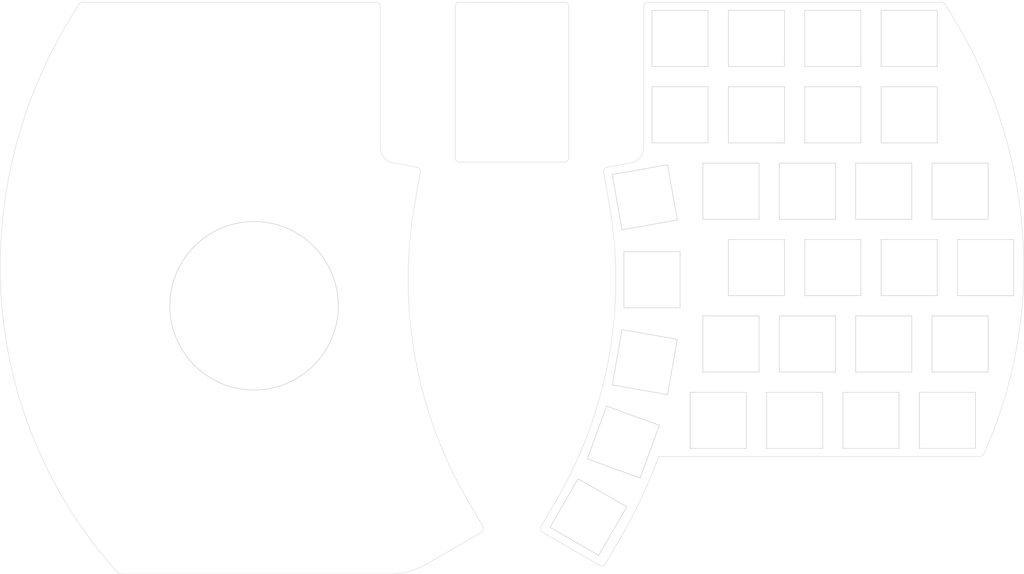
<source format=kicad_pcb>
(kicad_pcb (version 20211014) (generator pcbnew)
  (title_block (title "Ursula") (date "2021-11-25") (rev "0.4") (company "jmnw"))
  (layers (0 "F.Cu" signal) (31 "B.Cu" signal) (34 "B.Paste" user) (35 "F.Paste" user) (36 "B.SilkS" user "B.Silkscreen") (37 "F.SilkS" user "F.Silkscreen") (38 "B.Mask" user) (39 "F.Mask" user) (44 "Edge.Cuts" user))
  (net 0 "")
  (footprint "jmnw:MX_cutout" (layer "F.Cu") (at 264.542002 93.472003 -90)
    (fp_text reference "SW4" hide)
    (fp_text value "Switch" hide)
    (fp_line (start -7 -7) (end 7 -7) (layer "Edge.Cuts") (width 0.15))
    (fp_line (start -7 7) (end -7 -7) (layer "Edge.Cuts") (width 0.15))
    (fp_line (start -7 7) (end 7 7) (layer "Edge.Cuts") (width 0.15))
    (fp_line (start 7 7) (end 7 -7) (layer "Edge.Cuts") (width 0.15))
  )
  (footprint "jmnw:MX_cutout" (layer "F.Cu") (at 197.867001 131.572 -90)
    (fp_text reference "SW24" hide)
    (fp_text value "Switch" hide)
    (fp_line (start -7 7) (end 7 7) (layer "Edge.Cuts") (width 0.15))
    (fp_line (start -7 7) (end -7 -7) (layer "Edge.Cuts") (width 0.15))
    (fp_line (start 7 7) (end 7 -7) (layer "Edge.Cuts") (width 0.15))
    (fp_line (start -7 -7) (end 7 -7) (layer "Edge.Cuts") (width 0.15))
  )
  (footprint "jmnw:M2_hole_2.3mm" (layer "F.Cu") (at 216.923469 64.897406 -90)
    (fp_text reference "H4" hide)
    (fp_text value "Spacer hole" hide)
    (pad "" np_thru_hole circle locked (at 0 0 270) (size 2.3 2.3) (drill 2.3) (layers *.Cu *.Mask))
  )
  (footprint "jmnw:MX_cutout" (layer "F.Cu") (at 207.392005 36.322005 -90)
    (fp_text reference "SW13" hide)
    (fp_text value "Switch" hide)
    (fp_line (start -7 7) (end 7 7) (layer "Edge.Cuts") (width 0.15))
    (fp_line (start -7 7) (end -7 -7) (layer "Edge.Cuts") (width 0.15))
    (fp_line (start 7 7) (end 7 -7) (layer "Edge.Cuts") (width 0.15))
    (fp_line (start -7 -7) (end 7 -7) (layer "Edge.Cuts") (width 0.15))
  )
  (footprint "jmnw:MX_cutout" (layer "F.Cu") (at 179.550593 117.049613 -100)
    (fp_text reference "SW28" hide)
    (fp_text value "Switch" hide)
    (fp_line (start -7 7) (end 7 7) (layer "Edge.Cuts") (width 0.15))
    (fp_line (start 7 7) (end 7 -7) (layer "Edge.Cuts") (width 0.15))
    (fp_line (start -7 7) (end -7 -7) (layer "Edge.Cuts") (width 0.15))
    (fp_line (start -7 -7) (end 7 -7) (layer "Edge.Cuts") (width 0.15))
  )
  (footprint "jmnw:MX_cutout" (layer "F.Cu") (at 235.966 131.572 -90)
    (fp_text reference "SW12" hide)
    (fp_text value "Switch" hide)
    (fp_line (start 7 7) (end 7 -7) (layer "Edge.Cuts") (width 0.15))
    (fp_line (start -7 7) (end 7 7) (layer "Edge.Cuts") (width 0.15))
    (fp_line (start -7 7) (end -7 -7) (layer "Edge.Cuts") (width 0.15))
    (fp_line (start -7 -7) (end 7 -7) (layer "Edge.Cuts") (width 0.15))
  )
  (footprint "jmnw:MX_cutout" (layer "F.Cu") (at 207.392006 93.472006 -90)
    (fp_text reference "SW22" hide)
    (fp_text value "Switch" hide)
    (fp_line (start -7 7) (end 7 7) (layer "Edge.Cuts") (width 0.15))
    (fp_line (start -7 -7) (end 7 -7) (layer "Edge.Cuts") (width 0.15))
    (fp_line (start 7 7) (end 7 -7) (layer "Edge.Cuts") (width 0.15))
    (fp_line (start -7 7) (end -7 -7) (layer "Edge.Cuts") (width 0.15))
  )
  (footprint "jmnw:MX_cutout" (layer "F.Cu") (at 174.209398 136.984481 -110)
    (fp_text reference "SW29" hide)
    (fp_text value "Switch" hide)
    (fp_line (start -7 7) (end -7 -7) (layer "Edge.Cuts") (width 0.15))
    (fp_line (start -7 7) (end 7 7) (layer "Edge.Cuts") (width 0.15))
    (fp_line (start -7 -7) (end 7 -7) (layer "Edge.Cuts") (width 0.15))
    (fp_line (start 7 7) (end 7 -7) (layer "Edge.Cuts") (width 0.15))
  )
  (footprint "jmnw:MX_cutout" (layer "F.Cu") (at 245.492005 36.322002 -90)
    (fp_text reference "SW1" hide)
    (fp_text value "Switch" hide)
    (fp_line (start 7 7) (end 7 -7) (layer "Edge.Cuts") (width 0.15))
    (fp_line (start -7 -7) (end 7 -7) (layer "Edge.Cuts") (width 0.15))
    (fp_line (start -7 7) (end -7 -7) (layer "Edge.Cuts") (width 0.15))
    (fp_line (start -7 7) (end 7 7) (layer "Edge.Cuts") (width 0.15))
  )
  (footprint "jmnw:MX_cutout" (layer "F.Cu") (at 226.442011 93.472 -90)
    (fp_text reference "SW16" hide)
    (fp_text value "Switch" hide)
    (fp_line (start 7 7) (end 7 -7) (layer "Edge.Cuts") (width 0.15))
    (fp_line (start -7 7) (end -7 -7) (layer "Edge.Cuts") (width 0.15))
    (fp_line (start -7 7) (end 7 7) (layer "Edge.Cuts") (width 0.15))
    (fp_line (start -7 -7) (end 7 -7) (layer "Edge.Cuts") (width 0.15))
  )
  (footprint "jmnw:MX_cutout" (layer "F.Cu") (at 220.092005 112.522008 -90)
    (fp_text reference "SW17" hide)
    (fp_text value "Switch" hide)
    (fp_line (start -7 7) (end 7 7) (layer "Edge.Cuts") (width 0.15))
    (fp_line (start -7 -7) (end 7 -7) (layer "Edge.Cuts") (width 0.15))
    (fp_line (start 7 7) (end 7 -7) (layer "Edge.Cuts") (width 0.15))
    (fp_line (start -7 7) (end -7 -7) (layer "Edge.Cuts") (width 0.15))
  )
  (footprint "jmnw:MX_cutout" (layer "F.Cu") (at 220.092008 74.422003 -90)
    (fp_text reference "SW15" hide)
    (fp_text value "Switch" hide)
    (fp_line (start 7 7) (end 7 -7) (layer "Edge.Cuts") (width 0.15))
    (fp_line (start -7 7) (end 7 7) (layer "Edge.Cuts") (width 0.15))
    (fp_line (start -7 7) (end -7 -7) (layer "Edge.Cuts") (width 0.15))
    (fp_line (start -7 -7) (end 7 -7) (layer "Edge.Cuts") (width 0.15))
  )
  (footprint "jmnw:MX_cutout" (layer "F.Cu") (at 188.342004 36.322005 -90)
    (fp_text reference "SW19" hide)
    (fp_text value "Switch" hide)
    (fp_line (start -7 -7) (end 7 -7) (layer "Edge.Cuts") (width 0.15))
    (fp_line (start -7 7) (end 7 7) (layer "Edge.Cuts") (width 0.15))
    (fp_line (start 7 7) (end 7 -7) (layer "Edge.Cuts") (width 0.15))
    (fp_line (start -7 7) (end -7 -7) (layer "Edge.Cuts") (width 0.15))
  )
  (footprint "jmnw:MX_cutout" (layer "F.Cu") (at 239.142006 74.422005 -90)
    (fp_text reference "SW9" hide)
    (fp_text value "Switch" hide)
    (fp_line (start -7 7) (end 7 7) (layer "Edge.Cuts") (width 0.15))
    (fp_line (start -7 7) (end -7 -7) (layer "Edge.Cuts") (width 0.15))
    (fp_line (start 7 7) (end 7 -7) (layer "Edge.Cuts") (width 0.15))
    (fp_line (start -7 -7) (end 7 -7) (layer "Edge.Cuts") (width 0.15))
  )
  (footprint "jmnw:M2_hole_2.3mm" (layer "F.Cu") (at 136.290153 63.151615)
    (fp_text reference "H10" hide)
    (fp_text value "Cover hole" hide)
    (pad "" np_thru_hole circle locked (at 0 0) (size 2.3 2.3) (drill 2.3) (layers *.Cu *.Mask))
  )
  (footprint "jmnw:M2_hole_2.3mm" (layer "F.Cu") (at 237.867004 45.846999 -90)
    (fp_text reference "H1" hide)
    (fp_text value "Spacer hole" hide)
    (pad "" np_thru_hole circle locked (at 0 0 270) (size 2.3 2.3) (drill 2.3) (layers *.Cu *.Mask))
  )
  (footprint "jmnw:MX_cutout" (layer "F.Cu") (at 201.042007 74.421999 -90)
    (fp_text reference "SW21" hide)
    (fp_text value "Switch" hide)
    (fp_line (start -7 -7) (end 7 -7) (layer "Edge.Cuts") (width 0.15))
    (fp_line (start 7 7) (end 7 -7) (layer "Edge.Cuts") (width 0.15))
    (fp_line (start -7 7) (end 7 7) (layer "Edge.Cuts") (width 0.15))
    (fp_line (start -7 7) (end -7 -7) (layer "Edge.Cuts") (width 0.15))
  )
  (footprint "jmnw:M2_hole_2.3mm" (layer "F.Cu") (at 184.30148 107.108083 -90)
    (fp_text reference "H8" hide)
    (fp_text value "Spacer hole" hide)
    (pad "" np_thru_hole circle locked (at 0 0 270) (size 2.3 2.3) (drill 2.3) (layers *.Cu *.Mask))
  )
  (footprint "jmnw:MX_cutout" (layer "F.Cu") (at 181.349408 96.490546 -90)
    (fp_text reference "SW27" hide)
    (fp_text value "Switch" hide)
    (fp_line (start -7 7) (end -7 -7) (layer "Edge.Cuts") (width 0.15))
    (fp_line (start -7 7) (end 7 7) (layer "Edge.Cuts") (width 0.15))
    (fp_line (start 7 7) (end 7 -7) (layer "Edge.Cuts") (width 0.15))
    (fp_line (start -7 -7) (end 7 -7) (layer "Edge.Cuts") (width 0.15))
  )
  (footprint "jmnw:MX_cutout" (layer "F.Cu") (at 188.342008 55.372005 -90)
    (fp_text reference "SW20" hide)
    (fp_text value "Switch" hide)
    (fp_line (start 7 7) (end 7 -7) (layer "Edge.Cuts") (width 0.15))
    (fp_line (start -7 7) (end 7 7) (layer "Edge.Cuts") (width 0.15))
    (fp_line (start -7 -7) (end 7 -7) (layer "Edge.Cuts") (width 0.15))
    (fp_line (start -7 7) (end -7 -7) (layer "Edge.Cuts") (width 0.15))
  )
  (footprint "jmnw:MX_cutout" (layer "F.Cu") (at 226.442006 36.322 -90)
    (fp_text reference "SW7" hide)
    (fp_text value "Switch" hide)
    (fp_line (start 7 7) (end 7 -7) (layer "Edge.Cuts") (width 0.15))
    (fp_line (start -7 -7) (end 7 -7) (layer "Edge.Cuts") (width 0.15))
    (fp_line (start -7 7) (end -7 -7) (layer "Edge.Cuts") (width 0.15))
    (fp_line (start -7 7) (end 7 7) (layer "Edge.Cuts") (width 0.15))
  )
  (footprint "jmnw:MX_cutout" (layer "F.Cu") (at 245.492002 55.372004 -90)
    (fp_text reference "SW2" hide)
    (fp_text value "Switch" hide)
    (fp_line (start -7 7) (end 7 7) (layer "Edge.Cuts") (width 0.15))
    (fp_line (start 7 7) (end 7 -7) (layer "Edge.Cuts") (width 0.15))
    (fp_line (start -7 7) (end -7 -7) (layer "Edge.Cuts") (width 0.15))
    (fp_line (start -7 -7) (end 7 -7) (layer "Edge.Cuts") (width 0.15))
  )
  (footprint "jmnw:M2_hole_2.3mm" (layer "F.Cu") (at 173.353378 147.970284 -90)
    (fp_text reference "H9" hide)
    (fp_text value "Spacer hole" hide)
    (pad "" np_thru_hole circle locked (at 0 0 270) (size 2.3 2.3) (drill 2.3) (layers *.Cu *.Mask))
  )
  (footprint "jmnw:MX_cutout" (layer "F.Cu") (at 179.550462 75.931007 -80)
    (fp_text reference "SW26" hide)
    (fp_text value "Switch" hide)
    (fp_line (start 7 7) (end 7 -7) (layer "Edge.Cuts") (width 0.15))
    (fp_line (start -7 7) (end -7 -7) (layer "Edge.Cuts") (width 0.15))
    (fp_line (start -7 -7) (end 7 -7) (layer "Edge.Cuts") (width 0.15))
    (fp_line (start -7 7) (end 7 7) (layer "Edge.Cuts") (width 0.15))
  )
  (footprint "jmnw:MX_cutout" (layer "F.Cu") (at 255.016009 131.572005 -90)
    (fp_text reference "SW6" hide)
    (fp_text value "Switch" hide)
    (fp_line (start -7 7) (end 7 7) (layer "Edge.Cuts") (width 0.15))
    (fp_line (start 7 7) (end 7 -7) (layer "Edge.Cuts") (width 0.15))
    (fp_line (start -7 7) (end -7 -7) (layer "Edge.Cuts") (width 0.15))
    (fp_line (start -7 -7) (end 7 -7) (layer "Edge.Cuts") (width 0.15))
  )
  (footprint "jmnw:M2_hole_2.3mm" (layer "F.Cu") (at 157.079407 63.15261)
    (fp_text reference "H11" hide)
    (fp_text value "Cover hole" hide)
    (pad "" np_thru_hole circle locked (at 0 0) (size 2.3 2.3) (drill 2.3) (layers *.Cu *.Mask))
  )
  (footprint "jmnw:MX_cutout" (layer "F.Cu") (at 258.191513 112.522006 -90)
    (fp_text reference "SW5" hide)
    (fp_text value "Switch" hide)
    (fp_line (start -7 7) (end -7 -7) (layer "Edge.Cuts") (width 0.15))
    (fp_line (start -7 -7) (end 7 -7) (layer "Edge.Cuts") (width 0.15))
    (fp_line (start -7 7) (end 7 7) (layer "Edge.Cuts") (width 0.15))
    (fp_line (start 7 7) (end 7 -7) (layer "Edge.Cuts") (width 0.15))
  )
  (footprint "jmnw:MX_cutout" (layer "F.Cu") (at 258.192003 74.422002 -90)
    (fp_text reference "SW3" hide)
    (fp_text value "Switch" hide)
    (fp_line (start -7 7) (end 7 7) (layer "Edge.Cuts") (width 0.15))
    (fp_line (start -7 -7) (end 7 -7) (layer "Edge.Cuts") (width 0.15))
    (fp_line (start 7 7) (end 7 -7) (layer "Edge.Cuts") (width 0.15))
    (fp_line (start -7 7) (end -7 -7) (layer "Edge.Cuts") (width 0.15))
  )
  (footprint "jmnw:MX_cutout" (layer "F.Cu") (at 216.917004 131.572004 -90)
    (fp_text reference "SW18" hide)
    (fp_text value "Switch" hide)
    (fp_line (start -7 7) (end -7 -7) (layer "Edge.Cuts") (width 0.15))
    (fp_line (start 7 7) (end 7 -7) (layer "Edge.Cuts") (width 0.15))
    (fp_line (start -7 -7) (end 7 -7) (layer "Edge.Cuts") (width 0.15))
    (fp_line (start -7 7) (end 7 7) (layer "Edge.Cuts") (width 0.15))
  )
  (footprint "jmnw:MX_cutout" (layer "F.Cu") (at 245.491997 93.472009 -90)
    (fp_text reference "SW10" hide)
    (fp_text value "Switch" hide)
    (fp_line (start -7 7) (end 7 7) (layer "Edge.Cuts") (width 0.15))
    (fp_line (start 7 7) (end 7 -7) (layer "Edge.Cuts") (width 0.15))
    (fp_line (start -7 -7) (end 7 -7) (layer "Edge.Cuts") (width 0.15))
    (fp_line (start -7 7) (end -7 -7) (layer "Edge.Cuts") (width 0.15))
  )
  (footprint "jmnw:MX_cutout" (layer "F.Cu") (at 226.442006 55.372005 -90)
    (fp_text reference "SW8" hide)
    (fp_text value "Switch" hide)
    (fp_line (start 7 7) (end 7 -7) (layer "Edge.Cuts") (width 0.15))
    (fp_line (start -7 -7) (end 7 -7) (layer "Edge.Cuts") (width 0.15))
    (fp_line (start -7 7) (end -7 -7) (layer "Edge.Cuts") (width 0.15))
    (fp_line (start -7 7) (end 7 7) (layer "Edge.Cuts") (width 0.15))
  )
  (footprint "jmnw:MX_cutout" (layer "F.Cu") (at 165.487888 155.688518 -120)
    (fp_text reference "SW30" hide)
    (fp_text value "Switch" hide)
    (fp_line (start -7 7) (end -7 -7) (layer "Edge.Cuts") (width 0.15))
    (fp_line (start -7 7) (end 7 7) (layer "Edge.Cuts") (width 0.15))
    (fp_line (start 7 7) (end 7 -7) (layer "Edge.Cuts") (width 0.15))
    (fp_line (start -7 -7) (end 7 -7) (layer "Edge.Cuts") (width 0.15))
  )
  (footprint "jmnw:MX_cutout" (layer "F.Cu") (at 207.392004 55.372002 -90)
    (fp_text reference "SW14" hide)
    (fp_text value "Switch" hide)
    (fp_line (start -7 -7) (end 7 -7) (layer "Edge.Cuts") (width 0.15))
    (fp_line (start -7 7) (end 7 7) (layer "Edge.Cuts") (width 0.15))
    (fp_line (start 7 7) (end 7 -7) (layer "Edge.Cuts") (width 0.15))
    (fp_line (start -7 7) (end -7 -7) (layer "Edge.Cuts") (width 0.15))
  )
  (footprint "jmnw:M2_hole_2.3mm" (layer "F.Cu") (at 197.867004 43.947008 -90)
    (fp_text reference "H3" hide)
    (fp_text value "Spacer hole" hide)
    (pad "" np_thru_hole circle locked (at 0 0 270) (size 2.3 2.3) (drill 2.3) (layers *.Cu *.Mask))
  )
  (footprint "jmnw:MX_cutout" (layer "F.Cu") (at 201.042004 112.522005 -90)
    (fp_text reference "SW23" hide)
    (fp_text value "Switch" hide)
    (fp_line (start 7 7) (end 7 -7) (layer "Edge.Cuts") (width 0.15))
    (fp_line (start -7 -7) (end 7 -7) (layer "Edge.Cuts") (width 0.15))
    (fp_line (start -7 7) (end -7 -7) (layer "Edge.Cuts") (width 0.15))
    (fp_line (start -7 7) (end 7 7) (layer "Edge.Cuts") (width 0.15))
  )
  (footprint "jmnw:M2_hole_2.3mm" (layer "F.Cu") (at 250.566011 122.047006 -90)
    (fp_text reference "H6" hide)
    (fp_text value "Spacer hole" hide)
    (pad "" np_thru_hole circle locked (at 0 0 270) (size 2.3 2.3) (drill 2.3) (layers *.Cu *.Mask))
  )
  (footprint "jmnw:MX_cutout" (layer "F.Cu") (at 239.14151 112.522007 -90)
    (fp_text reference "SW11" hide)
    (fp_text value "Switch" hide)
    (fp_line (start 7 7) (end 7 -7) (layer "Edge.Cuts") (width 0.15))
    (fp_line (start -7 -7) (end 7 -7) (layer "Edge.Cuts") (width 0.15))
    (fp_line (start -7 7) (end 7 7) (layer "Edge.Cuts") (width 0.15))
    (fp_line (start -7 7) (end -7 -7) (layer "Edge.Cuts") (width 0.15))
  )
  (footprint "jmnw:M2_hole_2.3mm" (layer "B.Cu") (at 119.515343 147.969879 -90)
    (fp_text reference "H9" hide)
    (fp_text value "Spacer hole" hide)
    (pad "" np_thru_hole circle locked (at 0 0 270) (size 2.3 2.3) (drill 2.3) (layers *.Cu *.Mask))
  )
  (footprint "jmnw:M2_hole_2.3mm" (layer "B.Cu") (at 75.945253 64.897001 -90)
    (fp_text reference "H4" hide)
    (fp_text value "Spacer hole" hide)
    (pad "" np_thru_hole circle locked (at 0 0 270) (size 2.3 2.3) (drill 2.3) (layers *.Cu *.Mask))
  )
  (footprint "jmnw:M2_hole_2.3mm" (layer "B.Cu") (at 55.001717 45.846594 -90)
    (fp_text reference "H1" hide)
    (fp_text value "Spacer hole" hide)
    (pad "" np_thru_hole circle locked (at 0 0 270) (size 2.3 2.3) (drill 2.3) (layers *.Cu *.Mask))
  )
  (footprint "jmnw:M2_hole_2.3mm" (layer "B.Cu") (at 42.302708 122.0466 -90)
    (fp_text reference "H6" hide)
    (fp_text value "Spacer hole" hide)
    (pad "" np_thru_hole circle locked (at 0 0 270) (size 2.3 2.3) (drill 2.3) (layers *.Cu *.Mask))
  )
  (footprint "jmnw:M2_hole_2.3mm" (layer "B.Cu") (at 95.001716 43.946601 -90)
    (fp_text reference "H3" hide)
    (fp_text value "Spacer hole" hide)
    (pad "" np_thru_hole circle locked (at 0 0 270) (size 2.3 2.3) (drill 2.3) (layers *.Cu *.Mask))
  )
  (footprint "jmnw:M2_hole_2.3mm" (layer "B.Cu") (at 108.567239 107.107679 -90)
    (fp_text reference "H8" hide)
    (fp_text value "Spacer hole" hide)
    (pad "" np_thru_hole circle locked (at 0 0 270) (size 2.3 2.3) (drill 2.3) (layers *.Cu *.Mask))
  )
  (gr_arc (start 48.131805 169.556395) (mid 26.387412 134.242996) (end 18.801921 93.471497) (layer "Edge.Cuts") (width 0.1))
  (gr_line (start 112.551051 27.296404) (end 39.351805 27.296395) (layer "Edge.Cuts") (width 0.1))
  (gr_line (start 169.724272 167.400656) (end 173.736593 160.450391) (layer "Edge.Cuts") (width 0.1))
  (gr_arc (start 132.29033 28.297606) (mid 132.583225 27.5905) (end 133.290333 27.297608) (layer "Edge.Cuts") (width 0.1))
  (gr_arc (start 253.516916 27.296799) (mid 253.968692 27.40818) (end 254.316917 27.716802) (layer "Edge.Cuts") (width 0.1))
  (gr_arc (start 133.290231 67.151831) (mid 132.583125 66.858936) (end 132.290233 66.151828) (layer "Edge.Cuts") (width 0.1))
  (gr_arc (start 159.579551 27.298886) (mid 160.286657 27.591781) (end 160.579549 28.298889) (layer "Edge.Cuts") (width 0.1))
  (gr_arc (start 264.125903 139.887877) (mid 263.689575 140.404928) (end 263.041354 140.59866) (layer "Edge.Cuts") (width 0.1))
  (gr_line (start 133.290231 67.151831) (end 159.579449 67.153109) (layer "Edge.Cuts") (width 0.1))
  (gr_line (start 48.877804 169.885395) (end 116.100323 169.885786) (layer "Edge.Cuts") (width 0.1))
  (gr_line (start 170.662842 77.496169) (end 169.269476 69.59502) (layer "Edge.Cuts") (width 0.1))
  (gr_arc (start 183.022107 140.598669) (mid 178.804044 150.723178) (end 173.736593 160.450391) (layer "Edge.Cuts") (width 0.1))
  (gr_line (start 116.910148 67.399764) (end 122.788093 68.43615) (layer "Edge.Cuts") (width 0.1))
  (gr_arc (start 254.316917 27.716802) (mid 269.017479 59.144952) (end 274.066799 93.471902) (layer "Edge.Cuts") (width 0.1))
  (gr_arc (start 124.9435 167.516265) (mid 120.677888 169.283139) (end 116.100323 169.885786) (layer "Edge.Cuts") (width 0.1))
  (gr_arc (start 170.662842 77.496169) (mid 170.663087 115.481184) (end 157.671678 151.175506) (layer "Edge.Cuts") (width 0.1))
  (gr_arc (start 179.317351 63.397214) (mid 178.366443 66.009944) (end 175.958575 67.400179) (layer "Edge.Cuts") (width 0.1))
  (gr_arc (start 139.209375 158.125352) (mid 139.309281 158.884175) (end 138.843359 159.491391) (layer "Edge.Cuts") (width 0.1))
  (gr_arc (start 116.910148 67.399764) (mid 114.502309 66.009505) (end 113.551373 63.396799) (layer "Edge.Cuts") (width 0.1))
  (gr_arc (start 274.066799 93.471902) (mid 271.556087 117.20669) (end 264.125903 139.887877) (layer "Edge.Cuts") (width 0.1))
  (gr_line (start 138.84335 159.491387) (end 124.9435 167.516265) (layer "Edge.Cuts") (width 0.1))
  (gr_arc (start 38.551804 27.716396) (mid 38.900029 27.407776) (end 39.351805 27.296395) (layer "Edge.Cuts") (width 0.1))
  (gr_arc (start 160.579452 66.153111) (mid 160.286557 66.860217) (end 159.579449 67.153109) (layer "Edge.Cuts") (width 0.1))
  (gr_line (start 160.579452 66.153111) (end 160.579549 28.298889) (layer "Edge.Cuts") (width 0.1))
  (gr_line (start 253.516916 27.296799) (end 180.31767 27.296809) (layer "Edge.Cuts") (width 0.1))
  (gr_line (start 123.599257 69.594597) (end 122.205892 77.495746) (layer "Edge.Cuts") (width 0.1))
  (gr_arc (start 48.877804 169.885395) (mid 48.470139 169.799498) (end 48.131805 169.556395) (layer "Edge.Cuts") (width 0.1))
  (gr_arc (start 169.269476 69.59502) (mid 169.43513 68.847797) (end 170.080631 68.436566) (layer "Edge.Cuts") (width 0.1))
  (gr_arc (start 179.317668 28.296791) (mid 179.610566 27.589693) (end 180.31767 27.296809) (layer "Edge.Cuts") (width 0.1))
  (gr_arc (start 122.788093 68.43615) (mid 123.433594 68.847382) (end 123.599247 69.594605) (layer "Edge.Cuts") (width 0.1))
  (gr_circle (center 82.110212 102.996599) (end 82.110212 124.007) (layer "Edge.Cuts") (width 0.15) (fill none))
  (gr_line (start 135.197054 151.175088) (end 139.209375 158.125352) (layer "Edge.Cuts") (width 0.1))
  (gr_line (start 133.290333 27.297608) (end 159.579551 27.298886) (layer "Edge.Cuts") (width 0.1))
  (gr_line (start 263.041354 140.59866) (end 183.022107 140.598669) (layer "Edge.Cuts") (width 0.1))
  (gr_arc (start 18.801921 93.471497) (mid 23.851242 59.144547) (end 38.551804 27.716396) (layer "Edge.Cuts") (width 0.1))
  (gr_line (start 113.55137 63.396808) (end 113.551051 28.296384) (layer "Edge.Cuts") (width 0.1))
  (gr_arc (start 154.025373 159.491808) (mid 153.55945 158.884592) (end 153.659358 158.125768) (layer "Edge.Cuts") (width 0.1))
  (gr_line (start 170.080631 68.436566) (end 175.958575 67.400179) (layer "Edge.Cuts") (width 0.1))
  (gr_arc (start 135.197054 151.175088) (mid 122.205401 115.480809) (end 122.205892 77.495752) (layer "Edge.Cuts") (width 0.1))
  (gr_arc (start 169.724272 167.400656) (mid 169.117057 167.866578) (end 168.358234 167.76667) (layer "Edge.Cuts") (width 0.1))
  (gr_line (start 168.358234 167.76667) (end 154.025373 159.491808) (layer "Edge.Cuts") (width 0.1))
  (gr_line (start 179.317668 28.296791) (end 179.317351 63.397214) (layer "Edge.Cuts") (width 0.1))
  (gr_arc (start 112.551051 27.296404) (mid 113.258152 27.589288) (end 113.551051 28.296384) (layer "Edge.Cuts") (width 0.1))
  (gr_line (start 153.659358 158.125768) (end 157.671678 151.175506) (layer "Edge.Cuts") (width 0.1))
  (gr_line (start 132.290233 66.151828) (end 132.29033 28.297606) (layer "Edge.Cuts") (width 0.1))
)
</source>
